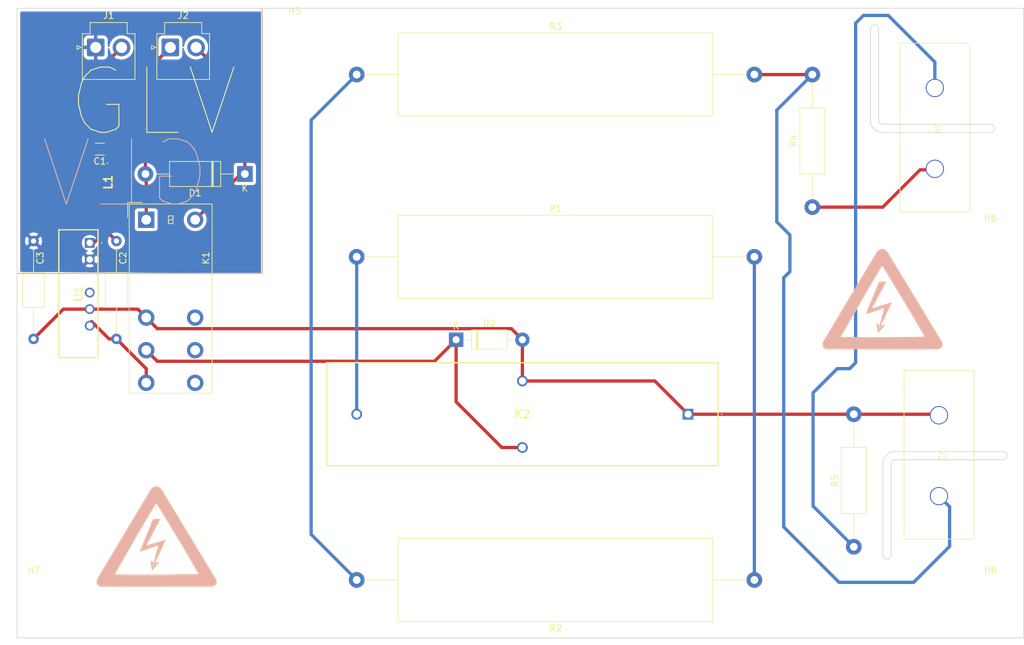
<source format=kicad_pcb>
(kicad_pcb (version 20211014) (generator pcbnew)
  (layers (0 "F.Cu" signal) (31 "B.Cu" signal) (34 "B.Paste" user) (35 "F.Paste" user) (36 "B.SilkS" user "B.Silkscreen") (37 "F.SilkS" user "F.Silkscreen") (38 "B.Mask" user) (39 "F.Mask" user) (44 "Edge.Cuts" user))
  (net 0 "")
  (net 1 "Net-(D1-Pad1)")
  (net 2 "Net-(D1-Pad2)")
  (net 3 "Discharge_In")
  (net 4 "HV-")
  (net 5 "HV+Unfuse")
  (net 6 "GND")
  (net 7 "GLV")
  (net 8 "HV_24V")
  (net 12 "Net-(K2-Pad2)")
  (net 13 "Net-(R1-Pad2)")
  (net 14 "Net-(R2-Pad2)")
  (net 15 "TSMP+")
  (net 16 "TSMP-")
  (net 17 "Net-(C2-Pad1)")
  (footprint "Resistor_THT:R_Axial_Power_L48.0mm_W12.5mm_P60.96mm" (layer "F.Cu") (at 187.96 148.59 180)
    (fp_text reference "R2" (at 30.48 -7.37) (layer "F.SilkS"))
    (fp_text value "1k")
    (fp_line (start 6.36 -6.37) (end 6.36 6.37) (layer "F.SilkS") (width 0.12))
    (fp_line (start 6.36 6.37) (end 54.6 6.37) (layer "F.SilkS") (width 0.12))
    (fp_line (start 1.44 0) (end 6.36 0) (layer "F.SilkS") (width 0.12))
    (fp_line (start 54.6 -6.37) (end 6.36 -6.37) (layer "F.SilkS") (width 0.12))
    (fp_line (start 59.52 0) (end 54.6 0) (layer "F.SilkS") (width 0.12))
    (fp_line (start 54.6 6.37) (end 54.6 -6.37) (layer "F.SilkS") (width 0.12))
    (pad "1" thru_hole circle (at 0 0 180) (size 2.4 2.4) (drill 1.2) (layers *.Cu *.Mask) (net 13 "Net-(R1-Pad2)"))
    (pad "2" thru_hole oval (at 60.96 0 180) (size 2.4 2.4) (drill 1.2) (layers *.Cu *.Mask) (net 14 "Net-(R2-Pad2)"))
  )
  (footprint "Resistor_THT:R_Axial_Power_L48.0mm_W12.5mm_P60.96mm" (layer "F.Cu") (at 127 99.06)
    (fp_text reference "R1" (at 30.48 -7.37) (layer "F.SilkS"))
    (fp_text value "1k")
    (fp_line (start 54.6 -6.37) (end 6.36 -6.37) (layer "F.SilkS") (width 0.12))
    (fp_line (start 6.36 -6.37) (end 6.36 6.37) (layer "F.SilkS") (width 0.12))
    (fp_line (start 54.6 6.37) (end 54.6 -6.37) (layer "F.SilkS") (width 0.12))
    (fp_line (start 1.44 0) (end 6.36 0) (layer "F.SilkS") (width 0.12))
    (fp_line (start 6.36 6.37) (end 54.6 6.37) (layer "F.SilkS") (width 0.12))
    (fp_line (start 59.52 0) (end 54.6 0) (layer "F.SilkS") (width 0.12))
    (pad "1" thru_hole circle (at 0 0) (size 2.4 2.4) (drill 1.2) (layers *.Cu *.Mask) (net 12 "Net-(K2-Pad2)"))
    (pad "2" thru_hole oval (at 60.96 0) (size 2.4 2.4) (drill 1.2) (layers *.Cu *.Mask) (net 13 "Net-(R1-Pad2)"))
  )
  (footprint "SamacSys_Parts:RLS226R" (layer "F.Cu") (at 88.9 87.63 -90)
    (fp_text reference "L1" (at 0 0 90) (layer "F.SilkS") (effects (font (size 1.27 1.27) (thickness 0.254))))
    (fp_text value "22u" hide)
    (fp_line (start -2.9 0.1) (end -2.9 0.1) (layer "F.SilkS") (width 0.1))
    (fp_line (start -3 0.1) (end -3 0.1) (layer "F.SilkS") (width 0.1))
    (fp_arc (start -3 0.1) (mid -2.95 0.05) (end -2.9 0.1) (layer "F.SilkS") (width 0.1))
    (fp_arc (start -2.9 0.1) (mid -2.95 0.15) (end -3 0.1) (layer "F.SilkS") (width 0.1))
    (pad "1" smd rect locked (at -1.4 0 270) (size 2 3.5) (layers "F.Cu" "F.Paste" "F.Mask") (net 7 "GLV"))
    (pad "2" smd rect locked (at 1.4 0 270) (size 2 3.5) (layers "F.Cu" "F.Paste" "F.Mask") (net 17 "Net-(C2-Pad1)"))
  )
  (footprint "Diode_THT:D_DO-41_SOD81_P10.16mm_Horizontal" (layer "F.Cu") (at 142.24 111.76)
    (fp_text reference "D2" (at 5.08 -2.47) (layer "F.SilkS"))
    (fp_text value "1N4001")
    (fp_text user "K" (at 0 -2.1) (layer "F.SilkS"))
    (fp_line (start 2.36 -1.47) (end 2.36 1.47) (layer "F.SilkS") (width 0.12))
    (fp_line (start 7.8 -1.47) (end 2.36 -1.47) (layer "F.SilkS") (width 0.12))
    (fp_line (start 3.26 -1.47) (end 3.26 1.47) (layer "F.SilkS") (width 0.12))
    (fp_line (start 1.34 0) (end 2.36 0) (layer "F.SilkS") (width 0.12))
    (fp_line (start 3.14 -1.47) (end 3.14 1.47) (layer "F.SilkS") (width 0.12))
    (fp_line (start 7.8 1.47) (end 7.8 -1.47) (layer "F.SilkS") (width 0.12))
    (fp_line (start 8.82 0) (end 7.8 0) (layer "F.SilkS") (width 0.12))
    (fp_line (start 3.38 -1.47) (end 3.38 1.47) (layer "F.SilkS") (width 0.12))
    (fp_line (start 2.36 1.47) (end 7.8 1.47) (layer "F.SilkS") (width 0.12))
    (pad "1" thru_hole rect (at 0 0) (size 2.2 2.2) (drill 1.1) (layers *.Cu *.Mask) (net 3 "Discharge_In"))
    (pad "2" thru_hole oval (at 10.16 0) (size 2.2 2.2) (drill 1.1) (layers *.Cu *.Mask) (net 4 "HV-"))
  )
  (footprint "Resistor_THT:R_Axial_Power_L48.0mm_W12.5mm_P60.96mm" (layer "F.Cu") (at 127 71.12)
    (fp_text reference "R3" (at 30.48 -7.37) (layer "F.SilkS"))
    (fp_text value "1k")
    (fp_line (start 54.6 -6.37) (end 6.36 -6.37) (layer "F.SilkS") (width 0.12))
    (fp_line (start 59.52 0) (end 54.6 0) (layer "F.SilkS") (width 0.12))
    (fp_line (start 1.44 0) (end 6.36 0) (layer "F.SilkS") (width 0.12))
    (fp_line (start 6.36 -6.37) (end 6.36 6.37) (layer "F.SilkS") (width 0.12))
    (fp_line (start 54.6 6.37) (end 54.6 -6.37) (layer "F.SilkS") (width 0.12))
    (fp_line (start 6.36 6.37) (end 54.6 6.37) (layer "F.SilkS") (width 0.12))
    (pad "1" thru_hole circle (at 0 0) (size 2.4 2.4) (drill 1.2) (layers *.Cu *.Mask) (net 14 "Net-(R2-Pad2)"))
    (pad "2" thru_hole oval (at 60.96 0) (size 2.4 2.4) (drill 1.2) (layers *.Cu *.Mask) (net 5 "HV+Unfuse"))
  )
  (footprint "Relay_THT:Relay_DPDT_Omron_G2RL" (layer "F.Cu") (at 94.7375 93.3725 -90)
    (fp_text reference "K1" (at 5.8825 -9.1475 90) (layer "F.SilkS"))
    (fp_text value "G2RL-24-DC5")
    (fp_line (start -2.64 2.84) (end -2.64 0.65) (layer "F.SilkS") (width 0.12))
    (fp_line (start -0.6 -3.4) (end 0.6 -3.4) (layer "F.SilkS") (width 0.12))
    (fp_line (start -0.3 2.84) (end -2.64 2.84) (layer "F.SilkS") (width 0.12))
    (fp_line (start 0.6 -4.1) (end -0.6 -4.1) (layer "F.SilkS") (width 0.12))
    (fp_line (start 26.6 -10.1) (end -2.4 -10.1) (layer "F.SilkS") (width 0.12))
    (fp_line (start 0.2 -3.4) (end -0.2 -4.1) (layer "F.SilkS") (width 0.12))
    (fp_line (start 0.6 -3.4) (end 0.6 -4.1) (layer "F.SilkS") (width 0.12))
    (fp_line (start -0.6 -4.1) (end -0.6 -3.4) (layer "F.SilkS") (width 0.12))
    (fp_line (start 26.6 2.6) (end 26.6 -10.1) (layer "F.SilkS") (width 0.12))
    (fp_line (start -2.4 2.6) (end 26.6 2.6) (layer "F.SilkS") (width 0.12))
    (fp_line (start -2.4 -10.1) (end -2.4 2.6) (layer "F.SilkS") (width 0.12))
    (pad "1" thru_hole rect (at 0 0) (size 2.5 2.5) (drill 1.5) (layers *.Cu *.Mask) (net 2 "Net-(D1-Pad2)"))
    (pad "2" thru_hole oval (at 15 0) (size 2.5 2.5) (drill 1.5) (layers *.Cu *.Mask) (net 4 "HV-"))
    (pad "3" thru_hole oval (at 20 0) (size 2.5 2.5) (drill 1.5) (layers *.Cu *.Mask) (net 3 "Discharge_In"))
    (pad "4" thru_hole oval (at 25 0) (size 2.5 2.5) (drill 1.5) (layers *.Cu *.Mask) (net 8 "HV_24V"))
    (pad "5" thru_hole oval (at 25 -7.5) (size 2.5 2.5) (drill 1.5) (layers *.Cu *.Mask))
    (pad "6" thru_hole oval (at 20 -7.5) (size 2.5 2.5) (drill 1.5) (layers *.Cu *.Mask))
    (pad "7" thru_hole oval (at 15 -7.5) (size 2.5 2.5) (drill 1.5) (layers *.Cu *.Mask))
    (pad "8" thru_hole oval (at 0 -7.5) (size 2.5 2.5) (drill 1.5) (layers *.Cu *.Mask) (net 1 "Net-(D1-Pad1)"))
  )
  (footprint "MountingHole:MountingHole_4.3mm_M4" (layer "F.Cu") (at 117.475 66.675)
    (fp_text reference "H5" (at 0 -5.3) (layer "F.SilkS"))
    (fp_text value "MountingHole")
    (pad "" np_thru_hole circle (at 0 0) (size 4.3 4.3) (drill 4.3) (layers *.Cu *.Mask))
  )
  (footprint "SamacSys_Parts:DBT72410" (layer "F.Cu") (at 177.8 123.19 180)
    (fp_text reference "K2" (at 25.4 0) (layer "F.SilkS") (effects (font (size 1.27 1.27) (thickness 0.254))))
    (fp_text value "DBT72410" hide)
    (fp_line (start 55.4 7.9) (end 55.4 -7.9) (layer "F.SilkS") (width 0.2))
    (fp_line (start -5.1 0) (end -5.1 0) (layer "F.SilkS") (width 0.1))
    (fp_line (start -4.6 -7.9) (end -4.6 7.9) (layer "F.SilkS") (width 0.2))
    (fp_line (start -4.6 7.9) (end 55.4 7.9) (layer "F.SilkS") (width 0.2))
    (fp_line (start 55.4 -7.9) (end -4.6 -7.9) (layer "F.SilkS") (width 0.2))
    (fp_line (start -5.2 0) (end -5.2 0) (layer "F.SilkS") (width 0.1))
    (fp_arc (start -5.2 0) (mid -5.15 -0.05) (end -5.1 0) (layer "F.SilkS") (width 0.1))
    (fp_arc (start -5.1 0) (mid -5.15 0.05) (end -5.2 0) (layer "F.SilkS") (width 0.1))
    (pad "1" thru_hole rect locked (at 0 0 180) (size 1.65 1.65) (drill 1.1) (layers *.Cu *.Mask) (net 4 "HV-"))
    (pad "2" thru_hole circle locked (at 50.8 0 180) (size 1.65 1.65) (drill 1.1) (layers *.Cu *.Mask) (net 12 "Net-(K2-Pad2)"))
    (pad "3" thru_hole circle locked (at 25.4 5.1 180) (size 1.65 1.65) (drill 1.1) (layers *.Cu *.Mask) (net 4 "HV-"))
    (pad "4" thru_hole circle locked (at 25.4 -5.1 180) (size 1.65 1.65) (drill 1.1) (layers *.Cu *.Mask) (net 3 "Discharge_In"))
  )
  (footprint "SamacSys_Parts:TE_1747996" (layer "F.Cu") (at 215.625 79.375 -90)
    (fp_text reference "J4" (at 0 -0.5 -90 unlocked) (layer "F.SilkS"))
    (fp_text value "TSMP")
    (fp_rect (start 12.8 -5.35) (end -13.05 5.35) (layer "F.SilkS") (width 0.12) (fill none))
    (pad "" np_thru_hole circle (at -11.3 -2.8 270) (size 0 0) (drill 3.05) (layers F&B.Cu *.Mask))
    (pad "" np_thru_hole circle (at 11.2 1.8 270) (size 0 0) (drill 3.05) (layers F&B.Cu *.Mask))
    (pad "1" thru_hole circle (at -6.2 0 270) (size 2.8 2.8) (drill 2.5) (layers *.Cu *.Mask) (net 16 "TSMP-"))
    (pad "2" thru_hole circle (at 6.2 0 270) (size 2.8 2.8) (drill 2.5) (layers *.Cu *.Mask) (net 15 "TSMP+"))
  )
  (footprint "MountingHole:MountingHole_4.3mm_M4" (layer "F.Cu") (at 224.155 152.4)
    (fp_text reference "H8" (at 0 -5.3) (layer "F.SilkS"))
    (fp_text value "MountingHole")
    (pad "" np_thru_hole circle (at 0 0) (size 4.3 4.3) (drill 4.3) (layers *.Cu *.Mask))
  )
  (footprint "Capacitor_THT:C_Axial_L5.1mm_D3.1mm_P15.00mm_Horizontal" (layer "F.Cu") (at 90.17 96.64 -90)
    (fp_text reference "C2" (at 2.615 -1.015 90) (layer "F.SilkS"))
    (fp_text value "1n")
    (fp_line (start 10.17 1.67) (end 10.17 -1.67) (layer "F.SilkS") (width 0.12))
    (fp_line (start 13.96 0) (end 10.17 0) (layer "F.SilkS") (width 0.12))
    (fp_line (start 1.04 0) (end 4.83 0) (layer "F.SilkS") (width 0.12))
    (fp_line (start 4.83 -1.67) (end 4.83 1.67) (layer "F.SilkS") (width 0.12))
    (fp_line (start 10.17 -1.67) (end 4.83 -1.67) (layer "F.SilkS") (width 0.12))
    (fp_line (start 4.83 1.67) (end 10.17 1.67) (layer "F.SilkS") (width 0.12))
    (pad "1" thru_hole circle (at 0 0 270) (size 1.6 1.6) (drill 0.8) (layers *.Cu *.Mask) (net 17 "Net-(C2-Pad1)"))
    (pad "2" thru_hole oval (at 15 0 270) (size 1.6 1.6) (drill 0.8) (layers *.Cu *.Mask) (net 8 "HV_24V"))
  )
  (footprint "SamacSys_Parts:TE_1747996" (layer "F.Cu") (at 216.26 129.54 -90)
    (fp_text reference "J3" (at 0 -0.5 -90 unlocked) (layer "F.SilkS"))
    (fp_text value "HV")
    (fp_rect (start 12.8 -5.35) (end -13.05 5.35) (layer "F.SilkS") (width 0.12) (fill none))
    (pad "" np_thru_hole circle (at -11.3 -2.8 270) (size 0 0) (drill 3.05) (layers F&B.Cu *.Mask))
    (pad "" np_thru_hole circle (at 11.2 1.8 270) (size 0 0) (drill 3.05) (layers F&B.Cu *.Mask))
    (pad "1" thru_hole circle (at -6.2 0 270) (size 2.8 2.8) (drill 2.5) (layers *.Cu *.Mask) (net 4 "HV-"))
    (pad "2" thru_hole circle (at 6.2 0 270) (size 2.8 2.8) (drill 2.5) (layers *.Cu *.Mask) (net 5 "HV+Unfuse"))
  )
  (footprint "Connector_JST:JST_VH_B2P-VH-B_1x02_P3.96mm_Vertical" (layer "F.Cu") (at 86.995 66.96)
    (fp_text reference "J1" (at 1.98 -4.9) (layer "F.SilkS"))
    (fp_text value "PWR")
    (fp_line (start 6.02 4.91) (end -2.06 4.91) (layer "F.SilkS") (width 0.12))
    (fp_line (start 4.82 -2.11) (end 6.02 -2.11) (layer "F.SilkS") (width 0.12))
    (fp_line (start -2.06 -2.11) (end -0.86 -2.11) (layer "F.SilkS") (width 0.12))
    (fp_line (start -0.86 -3.81) (end 4.82 -3.81) (layer "F.SilkS") (width 0.12))
    (fp_line (start 6.02 -2.11) (end 6.02 4.91) (layer "F.SilkS") (width 0.12))
    (fp_line (start -2.06 4.91) (end -2.06 -2.11) (layer "F.SilkS") (width 0.12))
    (fp_line (start 4.82 -3.81) (end 4.82 -2.11) (layer "F.SilkS") (width 0.12))
    (fp_line (start -2.26 0) (end -2.86 0.3) (layer "F.SilkS") (width 0.12))
    (fp_line (start -0.86 -2.11) (end -0.86 -3.81) (layer "F.SilkS") (width 0.12))
    (fp_line (start -2.86 -0.3) (end -2.26 0) (layer "F.SilkS") (width 0.12))
    (fp_line (start -2.86 0.3) (end -2.86 -0.3) (layer "F.SilkS") (width 0.12))
    (pad "1" thru_hole roundrect (at 0 0) (size 2.7 2.7) (drill 1.7) (layers *.Cu *.Mask) (roundrect_rratio 0.09259296296) (net 6 "GND"))
    (pad "2" thru_hole circle (at 3.96 0) (size 2.7 2.7) (drill 1.7) (layers *.Cu *.Mask) (net 7 "GLV"))
  )
  (footprint "Connector_JST:JST_VH_B2P-VH-B_1x02_P3.96mm_Vertical" (layer "F.Cu") (at 98.425 66.96)
    (fp_text reference "J2" (at 1.98 -4.9) (layer "F.SilkS"))
    (fp_text value "SC")
    (fp_line (start -2.06 4.91) (end -2.06 -2.11) (layer "F.SilkS") (width 0.12))
    (fp_line (start 4.82 -3.81) (end 4.82 -2.11) (layer "F.SilkS") (width 0.12))
    (fp_line (start 6.02 4.91) (end -2.06 4.91) (layer "F.SilkS") (width 0.12))
    (fp_line (start -2.86 -0.3) (end -2.26 0) (layer "F.SilkS") (width 0.12))
    (fp_line (start 4.82 -2.11) (end 6.02 -2.11) (layer "F.SilkS") (width 0.12))
    (fp_line (start 6.02 -2.11) (end 6.02 4.91) (layer "F.SilkS") (width 0.12))
    (fp_line (start -2.86 0.3) (end -2.86 -0.3) (layer "F.SilkS") (width 0.12))
    (fp_line (start -2.06 -2.11) (end -0.86 -2.11) (layer "F.SilkS") (width 0.12))
    (fp_line (start -2.26 0) (end -2.86 0.3) (layer "F.SilkS") (width 0.12))
    (fp_line (start -0.86 -3.81) (end 4.82 -3.81) (layer "F.SilkS") (width 0.12))
    (fp_line (start -0.86 -2.11) (end -0.86 -3.81) (layer "F.SilkS") (width 0.12))
    (pad "1" thru_hole roundrect (at 0 0) (size 2.7 2.7) (drill 1.7) (layers *.Cu *.Mask) (roundrect_rratio 0.09259296296) (net 2 "Net-(D1-Pad2)"))
    (pad "2" thru_hole circle (at 3.96 0) (size 2.7 2.7) (drill 1.7) (layers *.Cu *.Mask) (net 1 "Net-(D1-Pad1)"))
  )
  (footprint "MountingHole:MountingHole_4.3mm_M4" (layer "F.Cu") (at 77.47 152.4)
    (fp_text reference "H7" (at 0 -5.3) (layer "F.SilkS"))
    (fp_text value "MountingHole")
    (pad "" np_thru_hole circle (at 0 0) (size 4.3 4.3) (drill 4.3) (layers *.Cu *.Mask))
  )
  (footprint "MountingHole:MountingHole_4.3mm_M4" (layer "F.Cu") (at 224.155 98.425)
    (fp_text reference "H6" (at 0 -5.3) (layer "F.SilkS"))
    (fp_text value "MountingHole")
    (pad "" np_thru_hole circle (at 0 0) (size 4.3 4.3) (drill 4.3) (layers *.Cu *.Mask))
  )
  (footprint "Resistor_THT:R_Axial_DIN0411_L9.9mm_D3.6mm_P20.32mm_Horizontal" (layer "F.Cu") (at 203.2 143.51 90)
    (fp_text reference "R5" (at 10.16 -2.92 90) (layer "F.SilkS"))
    (fp_text value "15k")
    (fp_line (start 5.09 -1.92) (end 5.09 1.92) (layer "F.SilkS") (width 0.12))
    (fp_line (start 18.88 0) (end 15.23 0) (layer "F.SilkS") (width 0.12))
    (fp_line (start 5.09 1.92) (end 15.23 1.92) (layer "F.SilkS") (width 0.12))
    (fp_line (start 15.23 1.92) (end 15.23 -1.92) (layer "F.SilkS") (width 0.12))
    (fp_line (start 15.23 -1.92) (end 5.09 -1.92) (layer "F.SilkS") (width 0.12))
    (fp_line (start 1.44 0) (end 5.09 0) (layer "F.SilkS") (width 0.12))
    (pad "1" thru_hole circle (at 0 0 90) (size 2.4 2.4) (drill 1.2) (layers *.Cu *.Mask) (net 16 "TSMP-"))
    (pad "2" thru_hole oval (at 20.32 0 90) (size 2.4 2.4) (drill 1.2) (layers *.Cu *.Mask) (net 4 "HV-"))
  )
  (footprint "Capacitor_THT:C_Axial_L5.1mm_D3.1mm_P15.00mm_Horizontal" (layer "F.Cu") (at 77.47 96.64 -90)
    (fp_text reference "C3" (at 2.615 -1.015 90) (layer "F.SilkS"))
    (fp_text value "2.2n")
    (fp_line (start 10.17 -1.67) (end 4.83 -1.67) (layer "F.SilkS") (width 0.12))
    (fp_line (start 13.96 0) (end 10.17 0) (layer "F.SilkS") (width 0.12))
    (fp_line (start 1.04 0) (end 4.83 0) (layer "F.SilkS") (width 0.12))
    (fp_line (start 10.17 1.67) (end 10.17 -1.67) (layer "F.SilkS") (width 0.12))
    (fp_line (start 4.83 -1.67) (end 4.83 1.67) (layer "F.SilkS") (width 0.12))
    (fp_line (start 4.83 1.67) (end 10.17 1.67) (layer "F.SilkS") (width 0.12))
    (pad "1" thru_hole circle (at 0 0 270) (size 1.6 1.6) (drill 0.8) (layers *.Cu *.Mask) (net 6 "GND"))
    (pad "2" thru_hole oval (at 15 0 270) (size 1.6 1.6) (drill 0.8) (layers *.Cu *.Mask) (net 4 "HV-"))
  )
  (footprint "Capacitor_SMD:C_1206_3216Metric_Pad1.33x1.80mm_HandSolder" (layer "F.Cu") (at 87.63 82.55 180)
    (fp_text reference "C1" (at 0 -1.85) (layer "F.SilkS"))
    (fp_text value "10u")
    (fp_line (start -0.711252 -0.91) (end 0.711252 -0.91) (layer "F.SilkS") (width 0.12))
    (fp_line (start -0.711252 0.91) (end 0.711252 0.91) (layer "F.SilkS") (width 0.12))
    (pad "1" smd roundrect (at -1.5625 0 180) (size 1.325 1.8) (layers "F.Cu" "F.Paste" "F.Mask") (roundrect_rratio 0.1886792453) (net 7 "GLV"))
    (pad "2" smd roundrect (at 1.5625 0 180) (size 1.325 1.8) (layers "F.Cu" "F.Paste" "F.Mask") (roundrect_rratio 0.1886792453) (net 6 "GND"))
  )
  (footprint "Diode_THT:D_DO-15_P15.24mm_Horizontal" (layer "F.Cu") (at 109.855 86.36 180)
    (fp_text reference "D1" (at 7.62 -2.92) (layer "F.SilkS"))
    (fp_text value "D_TVS")
    (fp_text user "K" (at 0 -2.2) (layer "F.SilkS"))
    (fp_line (start 4.84 -1.92) (end 4.84 1.92) (layer "F.SilkS") (width 0.12))
    (fp_line (start 3.7 -1.92) (end 3.7 1.92) (layer "F.SilkS") (width 0.12))
    (fp_line (start 11.54 -1.92) (end 3.7 -1.92) (layer "F.SilkS") (width 0.12))
    (fp_line (start 3.7 1.92) (end 11.54 1.92) (layer "F.SilkS") (width 0.12))
    (fp_line (start 5.08 -1.92) (end 5.08 1.92) (layer "F.SilkS") (width 0.12))
    (fp_line (start 13.8 0) (end 11.54 0) (layer "F.SilkS") (width 0.12))
    (fp_line (start 11.54 1.92) (end 11.54 -1.92) (layer "F.SilkS") (width 0.12))
    (fp_line (start 1.44 0) (end 3.7 0) (layer "F.SilkS") (width 0.12))
    (fp_line (start 4.96 -1.92) (end 4.96 1.92) (layer "F.SilkS") (width 0.12))
    (pad "1" thru_hole rect (at 0 0 180) (size 2.4 2.4) (drill 1.2) (layers *.Cu *.Mask) (net 1 "Net-(D1-Pad1)"))
    (pad "2" thru_hole oval (at 15.24 0 180) (size 2.4 2.4) (drill 1.2) (layers *.Cu *.Mask) (net 2 "Net-(D1-Pad2)"))
  )
  (footprint "SamacSys_Parts:RB2424S" (layer "F.Cu") (at 86.075 96.9175 -90)
    (fp_text reference "U1" (at 7.8 1.73 -90) (layer "F.SilkS") (effects (font (size 1.27 1.27) (thickness 0.254))))
    (fp_text value "BxxxxS" hide)
    (fp_line (start -2 4.73) (end 17.6 4.73) (layer "F.SilkS") (width 0.2))
    (fp_line (start 17.6 4.73) (end 17.6 -1.27) (layer "F.SilkS") (width 0.2))
    (fp_line (start 17.6 -1.27) (end -2 -1.27) (layer "F.SilkS") (width 0.2))
    (fp_line (start 0 -1.9) (end 0 -1.9) (layer "F.SilkS") (width 0.1))
    (fp_line (start 0 -1.8) (end 0 -1.8) (layer "F.SilkS") (width 0.1))
    (fp_line (start -2 -1.27) (end -2 4.73) (layer "F.SilkS") (width 0.2))
    (fp_arc (start 0 -1.8) (mid -0.05 -1.85) (end 0 -1.9) (layer "F.SilkS") (width 0.1))
    (fp_arc (start 0 -1.9) (mid 0.05 -1.85) (end 0 -1.8) (layer "F.SilkS") (width 0.1))
    (pad "1" thru_hole rect locked (at 0 0 270) (size 1.5 1.5) (drill 1) (layers *.Cu *.Mask) (net 17 "Net-(C2-Pad1)"))
    (pad "2" thru_hole circle locked (at 2.54 0 270) (size 1.5 1.5) (drill 1) (layers *.Cu *.Mask) (net 6 "GND"))
    (pad "4" thru_hole circle locked (at 7.62 0 270) (size 1.5 1.5) (drill 1) (layers *.Cu *.Mask))
    (pad "5" thru_hole circle locked (at 10.16 0 270) (size 1.5 1.5) (drill 1) (layers *.Cu *.Mask) (net 4 "HV-"))
    (pad "6" thru_hole circle locked (at 12.7 0 270) (size 1.5 1.5) (drill 1) (layers *.Cu *.Mask) (net 8 "HV_24V"))
  )
  (footprint "Resistor_THT:R_Axial_DIN0411_L9.9mm_D3.6mm_P20.32mm_Horizontal" (layer "F.Cu") (at 196.85 91.44 90)
    (fp_text reference "R4" (at 10.16 -2.92 90) (layer "F.SilkS"))
    (fp_text value "15k")
    (fp_line (start 1.44 0) (end 5.09 0) (layer "F.SilkS") (width 0.12))
    (fp_line (start 18.88 0) (end 15.23 0) (layer "F.SilkS") (width 0.12))
    (fp_line (start 15.23 1.92) (end 15.23 -1.92) (layer "F.SilkS") (width 0.12))
    (fp_line (start 5.09 1.92) (end 15.23 1.92) (layer "F.SilkS") (width 0.12))
    (fp_line (start 15.23 -1.92) (end 5.09 -1.92) (layer "F.SilkS") (width 0.12))
    (fp_line (start 5.09 -1.92) (end 5.09 1.92) (layer "F.SilkS") (width 0.12))
    (pad "1" thru_hole circle (at 0 0 90) (size 2.4 2.4) (drill 1.2) (layers *.Cu *.Mask) (net 15 "TSMP+"))
    (pad "2" thru_hole oval (at 20.32 0 90) (size 2.4 2.4) (drill 1.2) (layers *.Cu *.Mask) (net 5 "HV+Unfuse"))
  )
  (gr_poly (pts (xy 95.629552 147.149193) (xy 95.602576 146.983972) (xy 96.046778 146.030255) (xy 96.723339 145.867817)) (layer "B.SilkS") (width 0.02) (fill solid))
  (gr_poly (pts (xy 95.866332 145.996518) (xy 95.601899 146.97982) (xy 95.37952 145.617785)) (layer "B.SilkS") (width 0.02) (fill solid))
  (gr_poly (pts (xy 207.605887 97.865709) (xy 207.667309 97.872848) (xy 207.728443 97.88449) (xy 207.789146 97.900645) (xy 207.849272 97.921321) (xy 207.908678 97.946527) (xy 207.96722 97.976273) (xy 208.024755 98.010567) (xy 208.081138 98.04942) (xy 208.136224 98.092839) (xy 208.189871 98.140834) (xy 208.241934 98.193414) (xy 208.29227 98.250588) (xy 208.340733 98.312366) (xy 208.387181 98.378756) (xy 208.431469 98.449767) (xy 216.585399 111.904357) (xy 216.625183 111.964632) (xy 216.660485 112.024968) (xy 216.691363 112.085233) (xy 216.717874 112.145295) (xy 216.740077 112.205022) (xy 216.758027 112.264283) (xy 216.771784 112.322946) (xy 216.781405 112.38088) (xy 216.786947 112.437953) (xy 216.788467 112.494033) (xy 216.786024 112.548988) (xy 216.779675 112.602687) (xy 216.769477 112.654998) (xy 216.755488 112.705789) (xy 216.737765 112.754929) (xy 216.716367 112.802287) (xy 216.69135 112.847729) (xy 216.662772 112.891126) (xy 216.630692 112.932344) (xy 216.595165 112.971253) (xy 216.55625 113.00772) (xy 216.514005 113.041614) (xy 216.468486 113.072804) (xy 216.419752 113.101158) (xy 216.367861 113.126543) (xy 216.312868 113.148829) (xy 216.254833 113.167883) (xy 216.193813 113.183574) (xy 216.129865 113.19577) (xy 216.063046 113.204341) (xy 215.993416 113.209152) (xy 215.92103 113.210075) (xy 215.920977 113.210142) (xy 215.920951 113.210175) (xy 215.920924 113.210207) (xy 199.141579 113.222379) (xy 199.081217 113.220513) (xy 199.023132 113.214898) (xy 198.967377 113.205658) (xy 198.914002 113.192916) (xy 198.86306 113.176795) (xy 198.814602 113.157421) (xy 198.76868 113.134915) (xy 198.725345 113.109402) (xy 198.684649 113.081006) (xy 198.646643 113.04985) (xy 198.611381 113.016058) (xy 198.578912 112.979752) (xy 198.549289 112.941058) (xy 198.522563 112.900099) (xy 198.498786 112.856998) (xy 198.47801 112.811878) (xy 198.460287 112.764865) (xy 198.445667 112.71608) (xy 198.434204 112.665648) (xy 198.425947 112.613693) (xy 198.42095 112.560338) (xy 198.419263 112.505706) (xy 198.420938 112.449922) (xy 198.426028 112.393109) (xy 198.434583 112.335391) (xy 198.446656 112.27689) (xy 198.462298 112.217732) (xy 198.48156 112.158039) (xy 198.504495 112.097936) (xy 198.531153 112.037545) (xy 198.561588 111.976991) (xy 198.595849 111.916396) (xy 198.930046 111.357066) (xy 201.179136 111.357066) (xy 205.94825 111.403896) (xy 214.083394 111.334841) (xy 211.717753 107.265285) (xy 211.717753 107.265283) (xy 207.55136 100.396701) (xy 205.147886 104.41969) (xy 201.179136 111.357066) (xy 198.930046 111.357066) (xy 206.657173 98.424499) (xy 206.701461 98.356478) (xy 206.747909 98.292805) (xy 206.796372 98.23349) (xy 206.846708 98.178541) (xy 206.898771 98.127968) (xy 206.952418 98.08178) (xy 207.007505 98.039986) (xy 207.063887 98.002594) (xy 207.121422 97.969615) (xy 207.179964 97.941057) (xy 207.239371 97.916929) (xy 207.299497 97.897241) (xy 207.360199 97.882001) (xy 207.421333 97.871219) (xy 207.482755 97.864903) (xy 207.544321 97.863063)) (layer "B.SilkS") (width 0.02) (fill solid))
  (gr_line (start 75.035 101.605) (end 112.535 101.605) (layer "B.SilkS") (width 0.15))
  (gr_line (start 112.535 61.105) (end 112.535 101.605) (layer "B.SilkS") (width 0.15))
  (gr_poly (pts (xy 206.885945 110.594681) (xy 206.881699 110.603797) (xy 206.885268 110.590529)) (layer "B.SilkS") (width 0.02) (fill solid))
  (gr_poly (pts (xy 205.975502 106.978476) (xy 209.006833 106.041058) (xy 207.330147 109.640964) (xy 207.225394 109.666115) (xy 207.149701 109.607227) (xy 207.881824 106.884815) (xy 205.037818 107.853454) (xy 207.069289 102.884579) (xy 207.069289 102.884578) (xy 208.163076 102.853357)) (layer "B.SilkS") (width 0.02) (fill solid))
  (gr_poly (pts (xy 206.912921 110.759902) (xy 206.885945 110.594681) (xy 207.330147 109.640964) (xy 208.006708 109.478526)) (layer "B.SilkS") (width 0.02) (fill solid))
  (gr_poly (pts (xy 96.322518 134.255) (xy 96.38394 134.262139) (xy 96.445074 134.273781) (xy 96.505777 134.289936) (xy 96.565903 134.310612) (xy 96.625309 134.335818) (xy 96.683851 134.365564) (xy 96.741386 134.399858) (xy 96.797769 134.438711) (xy 96.852855 134.48213) (xy 96.906502 134.530125) (xy 96.958565 134.582705) (xy 97.008901 134.639879) (xy 97.057364 134.701657) (xy 97.103812 134.768047) (xy 97.1481 134.839058) (xy 105.30203 148.293648) (xy 105.341814 148.353923) (xy 105.377116 148.414259) (xy 105.407994 148.474524) (xy 105.434505 148.534586) (xy 105.456708 148.594313) (xy 105.474658 148.653574) (xy 105.488415 148.712237) (xy 105.498036 148.770171) (xy 105.503578 148.827244) (xy 105.505098 148.883324) (xy 105.502655 148.938279) (xy 105.496306 148.991978) (xy 105.486108 149.044289) (xy 105.472119 149.09508) (xy 105.454396 149.14422) (xy 105.432998 149.191578) (xy 105.407981 149.23702) (xy 105.379403 149.280417) (xy 105.347323 149.321635) (xy 105.311796 149.360544) (xy 105.272881 149.397011) (xy 105.230636 149.430905) (xy 105.185117 149.462095) (xy 105.136383 149.490449) (xy 105.084492 149.515834) (xy 105.029499 149.53812) (xy 104.971464 149.557174) (xy 104.910444 149.572865) (xy 104.846496 149.585061) (xy 104.779677 149.593632) (xy 104.710047 149.598443) (xy 104.637661 149.599366) (xy 104.637608 149.599433) (xy 104.637582 149.599466) (xy 104.637555 149.599498) (xy 87.85821 149.61167) (xy 87.797848 149.609804) (xy 87.739763 149.604189) (xy 87.684008 149.594949) (xy 87.630633 149.582207) (xy 87.579691 149.566086) (xy 87.531233 149.546712) (xy 87.485311 149.524206) (xy 87.441976 149.498693) (xy 87.40128 149.470297) (xy 87.363274 149.439141) (xy 87.328012 149.405349) (xy 87.295543 149.369043) (xy 87.26592 149.330349) (xy 87.239194 149.28939) (xy 87.215417 149.246289) (xy 87.194641 149.201169) (xy 87.176918 149.154156) (xy 87.162298 149.105371) (xy 87.150835 149.054939) (xy 87.142578 149.002984) (xy 87.137581 148.949629) (xy 87.135894 148.894997) (xy 87.137569 148.839213) (xy 87.142659 148.7824) (xy 87.151214 148.724682) (xy 87.163287 148.666181) (xy 87.178929 148.607023) (xy 87.198191 148.54733) (xy 87.221126 148.487227) (xy 87.247784 148.426836) (xy 87.278219 148.366282) (xy 87.31248 148.305687) (xy 87.646677 147.746357) (xy 89.895767 147.746357) (xy 94.664881 147.793187) (xy 102.800025 147.724132) (xy 100.434384 143.654576) (xy 100.434384 143.654574) (xy 96.267991 136.785992) (xy 93.864517 140.808981) (xy 89.895767 147.746357) (xy 87.646677 147.746357) (xy 95.373804 134.81379) (xy 95.418092 134.745769) (xy 95.46454 134.682096) (xy 95.513003 134.622781) (xy 95.563339 134.567832) (xy 95.615402 134.517259) (xy 95.669049 134.471071) (xy 95.724136 134.429277) (xy 95.780518 134.391885) (xy 95.838053 134.358906) (xy 95.896595 134.330348) (xy 95.956002 134.30622) (xy 96.016128 134.286532) (xy 96.07683 134.271292) (xy 96.137964 134.26051) (xy 96.199386 134.254194) (xy 96.260952 134.252354)) (layer "B.SilkS") (width 0.02) (fill solid))
  (gr_poly (pts (xy 95.602576 146.983972) (xy 95.59833 146.993088) (xy 95.601899 146.97982)) (layer "B.SilkS") (width 0.02) (fill solid))
  (gr_poly (pts (xy 94.692133 143.367767) (xy 97.723464 142.430349) (xy 96.046778 146.030255) (xy 95.942025 146.055406) (xy 95.866332 145.996518) (xy 96.598455 143.274106) (xy 93.754449 144.242745) (xy 95.78592 139.27387) (xy 95.78592 139.273869) (xy 96.879707 139.242648)) (layer "B.SilkS") (width 0.02) (fill solid))
  (gr_poly (pts (xy 207.149701 109.607227) (xy 206.885268 110.590529) (xy 206.662889 109.228494)) (layer "B.SilkS") (width 0.02) (fill solid))
  (gr_poly (pts (xy 207.656503 97.866133) (xy 207.717925 97.873272) (xy 207.779059 97.884914) (xy 207.839762 97.901069) (xy 207.899888 97.921745) (xy 207.959294 97.946951) (xy 208.017836 97.976697) (xy 208.075371 98.010991) (xy 208.131754 98.049844) (xy 208.18684 98.093263) (xy 208.240487 98.141258) (xy 208.29255 98.193838) (xy 208.342886 98.251012) (xy 208.391349 98.31279) (xy 208.437797 98.37918) (xy 208.482085 98.450191) (xy 216.636015 111.904781) (xy 216.675799 111.965056) (xy 216.711101 112.025392) (xy 216.741979 112.085657) (xy 216.76849 112.145719) (xy 216.790693 112.205446) (xy 216.808643 112.264707) (xy 216.8224 112.32337) (xy 216.832021 112.381304) (xy 216.837563 112.438377) (xy 216.839083 112.494457) (xy 216.83664 112.549412) (xy 216.830291 112.603111) (xy 216.820093 112.655422) (xy 216.806104 112.706213) (xy 216.788381 112.755353) (xy 216.766983 112.802711) (xy 216.741966 112.848153) (xy 216.713388 112.89155) (xy 216.681308 112.932768) (xy 216.645781 112.971677) (xy 216.606866 113.008144) (xy 216.564621 113.042038) (xy 216.519102 113.073228) (xy 216.470368 113.101582) (xy 216.418477 113.126967) (xy 216.363484 113.149253) (xy 216.305449 113.168307) (xy 216.244429 113.183998) (xy 216.180481 113.196194) (xy 216.113662 113.204765) (xy 216.044032 113.209576) (xy 215.971646 113.210499) (xy 215.971593 113.210566) (xy 215.971567 113.210599) (xy 215.97154 113.210631) (xy 199.192195 113.222803) (xy 199.131833 113.220937) (xy 199.073748 113.215322) (xy 199.017993 113.206082) (xy 198.964618 113.19334) (xy 198.913676 113.177219) (xy 198.865218 113.157845) (xy 198.819296 113.135339) (xy 198.775961 113.109826) (xy 198.735265 113.08143) (xy 198.697259 113.050274) (xy 198.661997 113.016482) (xy 198.629528 112.980176) (xy 198.599905 112.941482) (xy 198.573179 112.900523) (xy 198.549402 112.857422) (xy 198.528626 112.812302) (xy 198.510903 112.765289) (xy 198.496283 112.716504) (xy 198.48482 112.666072) (xy 198.476563 112.614117) (xy 198.471566 112.560762) (xy 198.469879 112.50613) (xy 198.471554 112.450346) (xy 198.476644 112.393533) (xy 198.485199 112.335815) (xy 198.497272 112.277314) (xy 198.512914 112.218156) (xy 198.532176 112.158463) (xy 198.555111 112.09836) (xy 198.581769 112.037969) (xy 198.612204 111.977415) (xy 198.646465 111.91682) (xy 198.980662 111.35749) (xy 201.229752 111.35749) (xy 205.998866 111.40432) (xy 214.13401 111.335265) (xy 211.768369 107.265709) (xy 211.768369 107.265707) (xy 207.601976 100.397125) (xy 205.198502 104.420114) (xy 201.229752 111.35749) (xy 198.980662 111.35749) (xy 206.707789 98.424923) (xy 206.752077 98.356902) (xy 206.798525 98.293229) (xy 206.846988 98.233914) (xy 206.897324 98.178965) (xy 206.949387 98.128392) (xy 207.003034 98.082204) (xy 207.058121 98.04041) (xy 207.114503 98.003018) (xy 207.172038 97.970039) (xy 207.23058 97.941481) (xy 207.289987 97.917353) (xy 207.350113 97.897665) (xy 207.410815 97.882425) (xy 207.471949 97.871643) (xy 207.533371 97.865327) (xy 207.594937 97.863487)) (layer "F.SilkS") (width 0.02) (fill solid))
  (gr_poly (pts (xy 95.653192 146.984396) (xy 95.648946 146.993512) (xy 95.652515 146.980244)) (layer "F.SilkS") (width 0.02) (fill solid))
  (gr_poly (pts (xy 96.373134 134.255424) (xy 96.434556 134.262563) (xy 96.49569 134.274205) (xy 96.556393 134.29036) (xy 96.616519 134.311036) (xy 96.675925 134.336242) (xy 96.734467 134.365988) (xy 96.792002 134.400282) (xy 96.848385 134.439135) (xy 96.903471 134.482554) (xy 96.957118 134.530549) (xy 97.009181 134.583129) (xy 97.059517 134.640303) (xy 97.10798 134.702081) (xy 97.154428 134.768471) (xy 97.198716 134.839482) (xy 105.352646 148.294072) (xy 105.39243 148.354347) (xy 105.427732 148.414683) (xy 105.45861 148.474948) (xy 105.485121 148.53501) (xy 105.507324 148.594737) (xy 105.525274 148.653998) (xy 105.539031 148.712661) (xy 105.548652 148.770595) (xy 105.554194 148.827668) (xy 105.555714 148.883748) (xy 105.553271 148.938703) (xy 105.546922 148.992402) (xy 105.536724 149.044713) (xy 105.522735 149.095504) (xy 105.505012 149.144644) (xy 105.483614 149.192002) (xy 105.458597 149.237444) (xy 105.430019 149.280841) (xy 105.397939 149.322059) (xy 105.362412 149.360968) (xy 105.323497 149.397435) (xy 105.281252 149.431329) (xy 105.235733 149.462519) (xy 105.186999 149.490873) (xy 105.135108 149.516258) (xy 105.080115 149.538544) (xy 105.02208 149.557598) (xy 104.96106 149.573289) (xy 104.897112 149.585485) (xy 104.830293 149.594056) (xy 104.760663 149.598867) (xy 104.688277 149.59979) (xy 104.688224 149.599857) (xy 104.688198 149.59989) (xy 104.688171 149.599922) (xy 87.908826 149.612094) (xy 87.848464 149.610228) (xy 87.790379 149.604613) (xy 87.734624 149.595373) (xy 87.681249 149.582631) (xy 87.630307 149.56651) (xy 87.581849 149.547136) (xy 87.535927 149.52463) (xy 87.492592 149.499117) (xy 87.451896 149.470721) (xy 87.41389 149.439565) (xy 87.378628 149.405773) (xy 87.346159 149.369467) (xy 87.316536 149.330773) (xy 87.28981 149.289814) (xy 87.266033 149.246713) (xy 87.245257 149.201593) (xy 87.227534 149.15458) (xy 87.212914 149.105795) (xy 87.201451 149.055363) (xy 87.193194 149.003408) (xy 87.188197 148.950053) (xy 87.18651 148.895421) (xy 87.188185 148.839637) (xy 87.193275 148.782824) (xy 87.20183 148.725106) (xy 87.213903 148.666605) (xy 87.229545 148.607447) (xy 87.248807 148.547754) (xy 87.271742 148.487651) (xy 87.2984 148.42726) (xy 87.328835 148.366706) (xy 87.363096 148.306111) (xy 87.697293 147.746781) (xy 89.946383 147.746781) (xy 94.715497 147.793611) (xy 102.850641 147.724556) (xy 100.485 143.655) (xy 100.485 143.654998) (xy 96.318607 136.786416) (xy 93.915133 140.809405) (xy 89.946383 147.746781) (xy 87.697293 147.746781) (xy 95.42442 134.814214) (xy 95.468708 134.746193) (xy 95.515156 134.68252) (xy 95.563619 134.623205) (xy 95.613955 134.568256) (xy 95.666018 134.517683) (xy 95.719665 134.471495) (xy 95.774752 134.429701) (xy 95.831134 134.392309) (xy 95.888669 134.35933) (xy 95.947211 134.330772) (xy 96.006618 134.306644) (xy 96.066744 134.286956) (xy 96.127446 134.271716) (xy 96.18858 134.260934) (xy 96.250002 134.254618) (xy 96.311568 134.252778)) (layer "F.SilkS") (width 0.02) (fill solid))
  (gr_line (start 112.395 101.6) (end 112.395 60.96) (layer "F.SilkS") (width 0.15))
  (gr_poly (pts (xy 95.680168 147.149617) (xy 95.653192 146.984396) (xy 96.097394 146.030679) (xy 96.773955 145.868241)) (layer "F.SilkS") (width 0.02) (fill solid))
  (gr_poly (pts (xy 94.742749 143.368191) (xy 97.77408 142.430773) (xy 96.097394 146.030679) (xy 95.992641 146.05583) (xy 95.916948 145.996942) (xy 96.649071 143.27453) (xy 93.805065 144.243169) (xy 95.836536 139.274294) (xy 95.836536 139.274293) (xy 96.930323 139.243072)) (layer "F.SilkS") (width 0.02) (fill solid))
  (gr_poly (pts (xy 206.936561 110.595105) (xy 206.932315 110.604221) (xy 206.935884 110.590953)) (layer "F.SilkS") (width 0.02) (fill solid))
  (gr_poly (pts (xy 207.200317 109.607651) (xy 206.935884 110.590953) (xy 206.713505 109.228918)) (layer "F.SilkS") (width 0.02) (fill solid))
  (gr_poly (pts (xy 206.963537 110.760326) (xy 206.936561 110.595105) (xy 207.380763 109.641388) (xy 208.057324 109.47895)) (layer "F.SilkS") (width 0.02) (fill solid))
  (gr_line (start 112.395 101.6) (end 75.035 101.605) (layer "F.SilkS") (width 0.15))
  (gr_poly (pts (xy 206.026118 106.9789) (xy 209.057449 106.041482) (xy 207.380763 109.641388) (xy 207.27601 109.666539) (xy 207.200317 109.607651) (xy 207.93244 106.885239) (xy 205.088434 107.853878) (xy 207.119905 102.885003) (xy 207.119905 102.885002) (xy 208.213692 102.853781)) (layer "F.SilkS") (width 0.02) (fill solid))
  (gr_poly (pts (xy 95.916948 145.996942) (xy 95.652515 146.980244) (xy 95.430136 145.618209)) (layer "F.SilkS") (width 0.02) (fill solid))
  (gr_rect (start 229.235 60.96) (end 74.93 157.48) (layer "Edge.Cuts") (width 0.1) (fill none))
  (gr_line (start 209.55 130.175) (end 226.06 130.175) (layer "Edge.Cuts") (width 0.1))
  (gr_arc (start 226.06 128.905) (mid 226.695 129.54) (end 226.06 130.175) (layer "Edge.Cuts") (width 0.1))
  (gr_line (start 207.01 64.135) (end 207.01 78.105) (layer "Edge.Cuts") (width 0.1))
  (gr_line (start 224.155 78.74) (end 207.645 78.74) (layer "Edge.Cuts") (width 0.1))
  (gr_arc (start 207.645 130.81) (mid 208.202962 129.462962) (end 209.55 128.905) (layer "Edge.Cuts") (width 0.1))
  (gr_line (start 224.155 80.01) (end 207.645 80.01) (layer "Edge.Cuts") (width 0.1))
  (gr_arc (start 207.645 80.01) (mid 206.297962 79.452038) (end 205.74 78.105) (layer "Edge.Cuts") (width 0.1))
  (gr_line (start 205.74 78.105) (end 205.74 64.135) (layer "Edge.Cuts") (width 0.1))
  (gr_arc (start 208.915 130.81) (mid 209.100987 130.360987) (end 209.55 130.175) (layer "Edge.Cuts") (width 0.1))
  (gr_arc (start 205.74 64.135) (mid 206.375 63.5) (end 207.01 64.135) (layer "Edge.Cuts") (width 0.1))
  (gr_line (start 207.645 144.78) (end 207.645 130.81) (layer "Edge.Cuts") (width 0.1))
  (gr_arc (start 224.155 78.74) (mid 224.79 79.375) (end 224.155 80.01) (layer "Edge.Cuts") (width 0.1))
  (gr_arc (start 207.645 78.74) (mid 207.195987 78.554013) (end 207.01 78.105) (layer "Edge.Cuts") (width 0.1))
  (gr_line (start 208.915 130.81) (end 208.915 144.78) (layer "Edge.Cuts") (width 0.1))
  (gr_arc (start 208.915 144.78) (mid 208.28 145.415) (end 207.645 144.78) (layer "Edge.Cuts") (width 0.1))
  (gr_line (start 209.55 128.905) (end 226.06 128.905) (layer "Edge.Cuts") (width 0.1))
  (gr_text "GLV" (at 91.535 86.355) (layer "B.SilkS") (effects (font (size 10 10)) (justify mirror)))
  (gr_text "GLV" (at 95.785 75.355) (layer "F.SilkS") (effects (font (size 10 10))))
  (segment (start 109.855 74.43) (end 102.385 66.96) (width 0.5) (layer "F.Cu") (net 1))
  (segment (start 109.855 86.36) (end 109.855 74.43) (width 0.5) (layer "F.Cu") (net 1))
  (segment (start 102.2375 93.3725) (end 109.25 86.36) (width 0.5) (layer "F.Cu") (net 1))
  (segment (start 94.615 70.77) (end 98.425 66.96) (width 0.5) (layer "F.Cu") (net 2))
  (segment (start 94.615 86.36) (end 94.615 70.77) (width 0.5) (layer "F.Cu") (net 2))
  (segment (start 94.7375 93.3725) (end 94.7375 86.4825) (width 0.5) (layer "F.Cu") (net 2))
  (segment (start 96.437011 115.072011) (end 94.7375 113.3725) (width 0.5) (layer "F.Cu") (net 3))
  (segment (start 142.24 111.76) (end 138.927989 115.072011) (width 0.5) (layer "F.Cu") (net 3))
  (segment (start 138.927989 115.072011) (end 96.437011 115.072011) (width 0.5) (layer "F.Cu") (net 3))
  (segment (start 152.4 128.29) (end 149.245 128.29) (width 0.5) (layer "F.Cu") (net 3))
  (segment (start 149.245 128.29) (end 142.24 121.285) (width 0.5) (layer "F.Cu") (net 3))
  (segment (start 142.24 121.285) (end 142.24 111.76) (width 0.5) (layer "F.Cu") (net 3))
  (segment (start 82.0325 107.0775) (end 77.47 111.64) (width 0.5) (layer "F.Cu") (net 4))
  (segment (start 94.7375 108.3725) (end 96.437011 110.072011) (width 0.5) (layer "F.Cu") (net 4))
  (segment (start 96.437011 110.072011) (end 150.712011 110.072011) (width 0.5) (layer "F.Cu") (net 4))
  (segment (start 152.4 118.09) (end 172.7 118.09) (width 0.5) (layer "F.Cu") (net 4))
  (segment (start 93.4425 107.0775) (end 94.7375 108.3725) (width 0.5) (layer "F.Cu") (net 4))
  (segment (start 172.7 118.09) (end 177.8 123.19) (width 0.5) (layer "F.Cu") (net 4))
  (segment (start 177.8 123.19) (end 203.2 123.19) (width 0.5) (layer "F.Cu") (net 4))
  (segment (start 152.4 118.09) (end 152.4 111.76) (width 0.5) (layer "F.Cu") (net 4))
  (segment (start 216.26 123.19) (end 203.2 123.19) (width 0.5) (layer "F.Cu") (net 4))
  (segment (start 86.71 107.0775) (end 82.0325 107.0775) (width 0.5) (layer "F.Cu") (net 4))
  (segment (start 86.71 107.0775) (end 93.4425 107.0775) (width 0.5) (layer "F.Cu") (net 4))
  (segment (start 150.712011 110.072011) (end 152.4 111.76) (width 0.5) (layer "F.Cu") (net 4))
  (segment (start 187.96 71.12) (end 196.85 71.12) (width 0.5) (layer "F.Cu") (net 5))
  (segment (start 212.380489 148.959511) (end 217.885 143.455) (width 0.5) (layer "B.Cu") (net 5))
  (segment (start 192.45952 140.476293) (end 200.942738 148.959511) (width 0.5) (layer "B.Cu") (net 5))
  (segment (start 217.885 143.455) (end 217.885 137.365) (width 0.5) (layer "B.Cu") (net 5))
  (segment (start 193.409511 101.317262) (end 192.45952 102.267253) (width 0.5) (layer "B.Cu") (net 5))
  (segment (start 200.942738 148.959511) (end 212.380489 148.959511) (width 0.5) (layer "B.Cu") (net 5))
  (segment (start 196.85 71.12) (end 191.400489 76.569511) (width 0.5) (layer "B.Cu") (net 5))
  (segment (start 217.885 137.365) (end 216.26 135.74) (width 0.5) (layer "B.Cu") (net 5))
  (segment (start 192.45952 102.267253) (end 192.45952 140.476293) (width 0.5) (layer "B.Cu") (net 5))
  (segment (start 191.400489 93.697262) (end 193.409511 95.706284) (width 0.5) (layer "B.Cu") (net 5))
  (segment (start 193.409511 95.706284) (end 193.409511 101.317262) (width 0.5) (layer "B.Cu") (net 5))
  (segment (start 191.400489 76.569511) (end 191.400489 93.697262) (width 0.5) (layer "B.Cu") (net 5))
  (segment (start 90.955 66.96) (end 89.1925 68.7225) (width 0.5) (layer "F.Cu") (net 7))
  (segment (start 89.1925 85.09) (end 88.9 85.3825) (width 0.5) (layer "F.Cu") (net 7))
  (segment (start 89.1925 68.7225) (end 89.1925 85.09) (width 0.5) (layer "F.Cu") (net 7))
  (segment (start 94.7375 116.2075) (end 90.17 111.64) (width 0.5) (layer "F.Cu") (net 8))
  (segment (start 90.17 111.64) (end 89.034 111.64) (width 0.5) (layer "F.Cu") (net 8))
  (segment (start 89.034 111.64) (end 86.36 108.966) (width 0.5) (layer "F.Cu") (net 8))
  (segment (start 94.7375 118.3725) (end 94.7375 116.2075) (width 0.5) (layer "F.Cu") (net 8))
  (segment (start 127 123.19) (end 127 99.06) (width 0.5) (layer "B.Cu") (net 12))
  (segment (start 187.96 99.06) (end 187.96 148.59) (width 0.5) (layer "B.Cu") (net 13))
  (segment (start 120.015 141.605) (end 127 148.59) (width 0.5) (layer "B.Cu") (net 14))
  (segment (start 120.015 78.105) (end 120.015 141.605) (width 0.5) (layer "B.Cu") (net 14))
  (segment (start 127 71.12) (end 120.015 78.105) (width 0.5) (layer "B.Cu") (net 14))
  (segment (start 213.36 85.725) (end 207.645 91.44) (width 0.5) (layer "F.Cu") (net 15))
  (segment (start 215.625 85.725) (end 213.36 85.725) (width 0.5) (layer "F.Cu") (net 15))
  (segment (start 207.645 91.44) (end 196.85 91.44) (width 0.5) (layer "F.Cu") (net 15))
  (segment (start 203.2 143.51) (end 196.95904 137.26904) (width 0.5) (layer "B.Cu") (net 16))
  (segment (start 196.95904 137.26904) (end 196.95904 119.90596) (width 0.5) (layer "B.Cu") (net 16))
  (segment (start 196.95904 119.90596) (end 200.66 116.205) (width 0.5) (layer "B.Cu") (net 16))
  (segment (start 203.485 115.285) (end 203.485 63.255) (width 0.5) (layer "B.Cu") (net 16))
  (segment (start 215.625 69.195) (end 215.625 73.175) (width 0.5) (layer "B.Cu") (net 16))
  (segment (start 203.485 63.255) (end 204.685 62.055) (width 0.5) (layer "B.Cu") (net 16))
  (segment (start 202.565 116.205) (end 203.485 115.285) (width 0.5) (layer "B.Cu") (net 16))
  (segment (start 200.66 116.205) (end 202.565 116.205) (width 0.5) (layer "B.Cu") (net 16))
  (segment (start 204.685 62.055) (end 208.485 62.055) (width 0.5) (layer "B.Cu") (net 16))
  (segment (start 208.485 62.055) (end 215.625 69.195) (width 0.5) (layer "B.Cu") (net 16))
  (segment (start 88.9 91.57) (end 88.9 95.37) (width 0.5) (layer "F.Cu") (net 17))
  (segment (start 88.9 95.37) (end 90.17 96.64) (width 0.5) (layer "F.Cu") (net 17))
  (segment (start 88.9 91.57) (end 88.9 89.46952) (width 0.5) (layer "F.Cu") (net 17))
  (segment (start 88.9 94.7275) (end 86.71 96.9175) (width 0.5) (layer "F.Cu") (net 17))
  (segment (start 88.9 91.57) (end 88.9 94.7275) (width 0.5) (layer "F.Cu") (net 17))
  (zone (net 6) (net_name "GND") (layers F&B.Cu) (connect_pads (clearance 0.508)) (min_thickness 0.254) (fill yes (thermal_gap 0.508) (thermal_bridge_width 0.508))
    (polygon (pts (xy 112.395 101.6) (xy 74.295 101.346) (xy 74.295 59.69) (xy 112.395 59.69)))
  )
)
</source>
